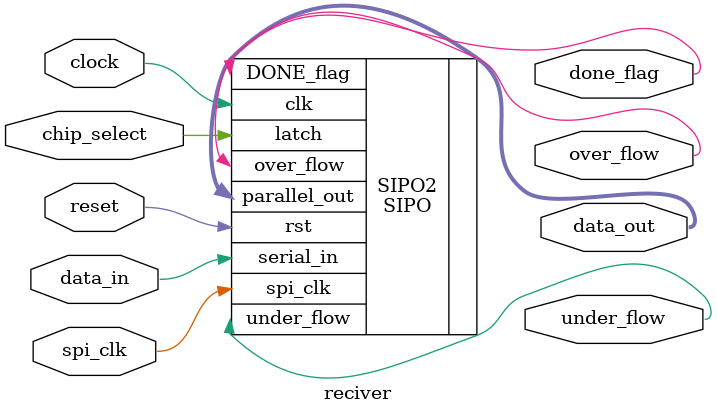
<source format=v>
`timescale 1ns / 1ps


module reciver #(parameter WIDTH=8)(clock,reset,spi_clk,data_in,data_out,chip_select,done_flag,under_flow,over_flow);
input wire clock,reset,chip_select,spi_clk;
input wire  data_in;
output wire [WIDTH-1:0]data_out;
output wire done_flag,under_flow,over_flow;


SIPO  #(.WIDTH(WIDTH))       SIPO2(.clk(clock),.rst(reset),.serial_in(data_in),.parallel_out(data_out),.latch(chip_select),.DONE_flag(done_flag),.under_flow(under_flow),.over_flow(over_flow),.spi_clk(spi_clk));

endmodule

</source>
